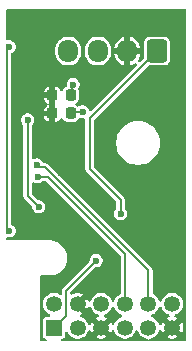
<source format=gbr>
%TF.GenerationSoftware,KiCad,Pcbnew,9.0.6*%
%TF.CreationDate,2025-12-29T21:28:49-05:00*%
%TF.ProjectId,plimsoll,706c696d-736f-46c6-9c2e-6b696361645f,rev?*%
%TF.SameCoordinates,Original*%
%TF.FileFunction,Copper,L4,Bot*%
%TF.FilePolarity,Positive*%
%FSLAX46Y46*%
G04 Gerber Fmt 4.6, Leading zero omitted, Abs format (unit mm)*
G04 Created by KiCad (PCBNEW 9.0.6) date 2025-12-29 21:28:49*
%MOMM*%
%LPD*%
G01*
G04 APERTURE LIST*
G04 Aperture macros list*
%AMRoundRect*
0 Rectangle with rounded corners*
0 $1 Rounding radius*
0 $2 $3 $4 $5 $6 $7 $8 $9 X,Y pos of 4 corners*
0 Add a 4 corners polygon primitive as box body*
4,1,4,$2,$3,$4,$5,$6,$7,$8,$9,$2,$3,0*
0 Add four circle primitives for the rounded corners*
1,1,$1+$1,$2,$3*
1,1,$1+$1,$4,$5*
1,1,$1+$1,$6,$7*
1,1,$1+$1,$8,$9*
0 Add four rect primitives between the rounded corners*
20,1,$1+$1,$2,$3,$4,$5,0*
20,1,$1+$1,$4,$5,$6,$7,0*
20,1,$1+$1,$6,$7,$8,$9,0*
20,1,$1+$1,$8,$9,$2,$3,0*%
G04 Aperture macros list end*
%TA.AperFunction,ComponentPad*%
%ADD10RoundRect,0.250000X0.600000X0.725000X-0.600000X0.725000X-0.600000X-0.725000X0.600000X-0.725000X0*%
%TD*%
%TA.AperFunction,ComponentPad*%
%ADD11O,1.700000X1.950000*%
%TD*%
%TA.AperFunction,SMDPad,CuDef*%
%ADD12RoundRect,0.225000X-0.225000X-0.250000X0.225000X-0.250000X0.225000X0.250000X-0.225000X0.250000X0*%
%TD*%
%TA.AperFunction,ComponentPad*%
%ADD13R,1.350000X1.350000*%
%TD*%
%TA.AperFunction,ComponentPad*%
%ADD14C,1.350000*%
%TD*%
%TA.AperFunction,ViaPad*%
%ADD15C,0.600000*%
%TD*%
%TA.AperFunction,Conductor*%
%ADD16C,0.200000*%
%TD*%
G04 APERTURE END LIST*
D10*
%TO.P,J3,1,Pin_1*%
%TO.N,+3.3VADC*%
X38200000Y-24060000D03*
D11*
%TO.P,J3,2,Pin_2*%
%TO.N,GND*%
X35700000Y-24060000D03*
%TO.P,J3,3,Pin_3*%
%TO.N,/Signal-*%
X33200000Y-24060000D03*
%TO.P,J3,4,Pin_4*%
%TO.N,/Signal+*%
X30700000Y-24060000D03*
%TD*%
D12*
%TO.P,C2,1*%
%TO.N,GND*%
X29350000Y-29350000D03*
%TO.P,C2,2*%
%TO.N,Net-(U6-INA+)*%
X30900000Y-29350000D03*
%TD*%
D13*
%TO.P,J1,1,Pin_1*%
%TO.N,VBUS*%
X29480000Y-47480000D03*
D14*
%TO.P,J1,2,Pin_2*%
%TO.N,+3V3*%
X29480000Y-45480000D03*
%TO.P,J1,3,Pin_3*%
%TO.N,/B6*%
X31480000Y-47480000D03*
%TO.P,J1,4,Pin_4*%
%TO.N,GND*%
X31480000Y-45480000D03*
%TO.P,J1,5,Pin_5*%
X33480000Y-47480000D03*
%TO.P,J1,6,Pin_6*%
%TO.N,/B5*%
X33480000Y-45480000D03*
%TO.P,J1,7,Pin_7*%
%TO.N,/D2*%
X35480000Y-47480000D03*
%TO.P,J1,8,Pin_8*%
%TO.N,/B4*%
X35480000Y-45480000D03*
%TO.P,J1,9,Pin_9*%
%TO.N,/D3*%
X37480000Y-47480000D03*
%TO.P,J1,10,Pin_10*%
%TO.N,/B3*%
X37480000Y-45480000D03*
%TO.P,J1,11,Pin_11*%
%TO.N,GND*%
X39480000Y-47480000D03*
%TO.P,J1,12,Pin_12*%
%TO.N,/C13*%
X39480000Y-45480000D03*
%TD*%
D12*
%TO.P,C1,1*%
%TO.N,GND*%
X29350000Y-27800000D03*
%TO.P,C1,2*%
%TO.N,Net-(U6-INA-)*%
X30900000Y-27800000D03*
%TD*%
D15*
%TO.N,GND*%
X32850000Y-21500000D03*
X32750000Y-43500000D03*
X35150000Y-35700000D03*
X40200000Y-35050000D03*
X29850000Y-43250000D03*
X30150000Y-38550000D03*
X40100000Y-27650000D03*
X40300000Y-40650000D03*
X40000000Y-21600000D03*
X28250000Y-38500000D03*
X28950000Y-25250000D03*
X26357291Y-28160000D03*
X33400000Y-34000000D03*
X38100000Y-35600000D03*
X30099265Y-34400735D03*
X28900000Y-21450000D03*
%TO.N,VBUS*%
X33050000Y-41800000D03*
%TO.N,+3.3VADC*%
X35115000Y-37840000D03*
%TO.N,+3V3*%
X25700000Y-39292898D03*
X25700000Y-23700000D03*
%TO.N,Net-(U6-INA-)*%
X31100000Y-26900000D03*
%TO.N,Net-(U6-INA+)*%
X31900000Y-29200000D03*
%TO.N,/B4*%
X28100000Y-34700000D03*
%TO.N,Net-(U6-XI)*%
X27250000Y-29900000D03*
X28200000Y-37250000D03*
%TO.N,/B3*%
X28042908Y-33707092D03*
%TD*%
D16*
%TO.N,GND*%
X28300000Y-38550000D02*
X28250000Y-38500000D01*
X30150000Y-38550000D02*
X28300000Y-38550000D01*
%TO.N,VBUS*%
X29480000Y-47480000D02*
X30504000Y-46456000D01*
X30504000Y-44346000D02*
X33050000Y-41800000D01*
X30504000Y-46456000D02*
X30504000Y-44346000D01*
%TO.N,+3.3VADC*%
X35115000Y-37840000D02*
X35115000Y-36665000D01*
X35115000Y-36665000D02*
X32500000Y-34050000D01*
X32500000Y-34050000D02*
X32500000Y-29760000D01*
X38200000Y-24060000D02*
X32500000Y-29760000D01*
%TO.N,+3V3*%
X25500000Y-23700000D02*
X25700000Y-23700000D01*
X25500000Y-39092898D02*
X25500000Y-23700000D01*
X25700000Y-39292898D02*
X25500000Y-39092898D01*
%TO.N,Net-(U6-INA-)*%
X31000000Y-27700000D02*
X30900000Y-27800000D01*
X31100000Y-26900000D02*
X31000000Y-27000000D01*
X31000000Y-27000000D02*
X31000000Y-27700000D01*
%TO.N,Net-(U6-INA+)*%
X31050000Y-29200000D02*
X30900000Y-29350000D01*
X31900000Y-29200000D02*
X31050000Y-29200000D01*
%TO.N,/B4*%
X28950000Y-34700000D02*
X35480000Y-41230000D01*
X28100000Y-34700000D02*
X28950000Y-34700000D01*
X35480000Y-41230000D02*
X35480000Y-45480000D01*
%TO.N,Net-(U6-XI)*%
X27250000Y-29900000D02*
X27250000Y-36300000D01*
X27250000Y-36300000D02*
X28200000Y-37250000D01*
%TO.N,/B3*%
X28764186Y-33914186D02*
X37480000Y-42630000D01*
X28042908Y-33707092D02*
X28250002Y-33914186D01*
X37480000Y-42630000D02*
X37480000Y-45480000D01*
X28250002Y-33914186D02*
X28764186Y-33914186D01*
%TD*%
%TA.AperFunction,Conductor*%
%TO.N,GND*%
G36*
X40642539Y-20520185D02*
G01*
X40688294Y-20572989D01*
X40699500Y-20624500D01*
X40699500Y-48525500D01*
X40679815Y-48592539D01*
X40627011Y-48638294D01*
X40575500Y-48649500D01*
X37603477Y-48649500D01*
X37536438Y-48629815D01*
X37490683Y-48577011D01*
X37480739Y-48507853D01*
X37509764Y-48444297D01*
X37568542Y-48406523D01*
X37579285Y-48403883D01*
X37693070Y-48381248D01*
X37749958Y-48369933D01*
X37918389Y-48300167D01*
X37918391Y-48300166D01*
X37993672Y-48249864D01*
X38069972Y-48198883D01*
X38198883Y-48069972D01*
X38289103Y-47934948D01*
X38300166Y-47918391D01*
X38300168Y-47918387D01*
X38365709Y-47760156D01*
X38409550Y-47705752D01*
X38475844Y-47683687D01*
X38543543Y-47700966D01*
X38591154Y-47752103D01*
X38594831Y-47760156D01*
X38660271Y-47918145D01*
X38671498Y-47934947D01*
X39080000Y-47526445D01*
X39080000Y-47532661D01*
X39107259Y-47634394D01*
X39159920Y-47725606D01*
X39234394Y-47800080D01*
X39325606Y-47852741D01*
X39427339Y-47880000D01*
X39433553Y-47880000D01*
X39025050Y-48288500D01*
X39041849Y-48299725D01*
X39041855Y-48299728D01*
X39210182Y-48369451D01*
X39210194Y-48369454D01*
X39371297Y-48401500D01*
X39588703Y-48401500D01*
X39749805Y-48369454D01*
X39749813Y-48369452D01*
X39918151Y-48299724D01*
X39918154Y-48299723D01*
X39934947Y-48288500D01*
X39934948Y-48288500D01*
X39526448Y-47880000D01*
X39532661Y-47880000D01*
X39634394Y-47852741D01*
X39725606Y-47800080D01*
X39800080Y-47725606D01*
X39852741Y-47634394D01*
X39880000Y-47532661D01*
X39880000Y-47526448D01*
X40288500Y-47934948D01*
X40288500Y-47934947D01*
X40299723Y-47918154D01*
X40299724Y-47918151D01*
X40369452Y-47749813D01*
X40369454Y-47749805D01*
X40404999Y-47571109D01*
X40405000Y-47571106D01*
X40405000Y-47388894D01*
X40404999Y-47388890D01*
X40369454Y-47210194D01*
X40369451Y-47210182D01*
X40299728Y-47041855D01*
X40299725Y-47041849D01*
X40288500Y-47025050D01*
X39880000Y-47433551D01*
X39880000Y-47427339D01*
X39852741Y-47325606D01*
X39800080Y-47234394D01*
X39725606Y-47159920D01*
X39634394Y-47107259D01*
X39532661Y-47080000D01*
X39526447Y-47080000D01*
X39934947Y-46671498D01*
X39918145Y-46660271D01*
X39760156Y-46594831D01*
X39705752Y-46550990D01*
X39683687Y-46484696D01*
X39700966Y-46416997D01*
X39752103Y-46369386D01*
X39760156Y-46365709D01*
X39918387Y-46300168D01*
X39918391Y-46300166D01*
X39993672Y-46249864D01*
X40069972Y-46198883D01*
X40198883Y-46069972D01*
X40289103Y-45934948D01*
X40300166Y-45918391D01*
X40300168Y-45918387D01*
X40349172Y-45800080D01*
X40369933Y-45749958D01*
X40405500Y-45571154D01*
X40405500Y-45388846D01*
X40405500Y-45388843D01*
X40369934Y-45210047D01*
X40369933Y-45210046D01*
X40369933Y-45210042D01*
X40365709Y-45199844D01*
X40300168Y-45041612D01*
X40300166Y-45041608D01*
X40198886Y-44890032D01*
X40198880Y-44890024D01*
X40069975Y-44761119D01*
X40069967Y-44761113D01*
X39918391Y-44659833D01*
X39918387Y-44659831D01*
X39749962Y-44590068D01*
X39749952Y-44590065D01*
X39571156Y-44554500D01*
X39571154Y-44554500D01*
X39388846Y-44554500D01*
X39388844Y-44554500D01*
X39210047Y-44590065D01*
X39210037Y-44590068D01*
X39041612Y-44659831D01*
X39041608Y-44659833D01*
X38890032Y-44761113D01*
X38890024Y-44761119D01*
X38761119Y-44890024D01*
X38761113Y-44890032D01*
X38659833Y-45041608D01*
X38594561Y-45199192D01*
X38550720Y-45253595D01*
X38484426Y-45275660D01*
X38416727Y-45258381D01*
X38369116Y-45207244D01*
X38365439Y-45199192D01*
X38300166Y-45041608D01*
X38198886Y-44890032D01*
X38198880Y-44890024D01*
X38069975Y-44761119D01*
X38069967Y-44761113D01*
X37918391Y-44659833D01*
X37918385Y-44659830D01*
X37907043Y-44655132D01*
X37852641Y-44611289D01*
X37830579Y-44544994D01*
X37830500Y-44540573D01*
X37830500Y-42583858D01*
X37830500Y-42583856D01*
X37806614Y-42494712D01*
X37806611Y-42494706D01*
X37760473Y-42414794D01*
X37760470Y-42414791D01*
X37760469Y-42414788D01*
X37695212Y-42349531D01*
X28979398Y-33633716D01*
X28979397Y-33633715D01*
X28979394Y-33633713D01*
X28899476Y-33587573D01*
X28899475Y-33587572D01*
X28899474Y-33587572D01*
X28810330Y-33563686D01*
X28810329Y-33563686D01*
X28667360Y-33563686D01*
X28600321Y-33544001D01*
X28562397Y-33500235D01*
X28559956Y-33501645D01*
X28483419Y-33369080D01*
X28483414Y-33369074D01*
X28380925Y-33266585D01*
X28380919Y-33266580D01*
X28255396Y-33194109D01*
X28255397Y-33194109D01*
X28243914Y-33191032D01*
X28115383Y-33156592D01*
X27970433Y-33156592D01*
X27872016Y-33182962D01*
X27830418Y-33194109D01*
X27830415Y-33194110D01*
X27786499Y-33219466D01*
X27718599Y-33235939D01*
X27652572Y-33213086D01*
X27609382Y-33158165D01*
X27600500Y-33112079D01*
X27600500Y-30379386D01*
X27620185Y-30312347D01*
X27636819Y-30291705D01*
X27690509Y-30238015D01*
X27762984Y-30112485D01*
X27800500Y-29972475D01*
X27800500Y-29827525D01*
X27762984Y-29687515D01*
X27738691Y-29645439D01*
X28650001Y-29645439D01*
X28656081Y-29702007D01*
X28703813Y-29829981D01*
X28703815Y-29829984D01*
X28785670Y-29939329D01*
X28895015Y-30021184D01*
X28895016Y-30021185D01*
X29022991Y-30068917D01*
X29022995Y-30068918D01*
X29079554Y-30074999D01*
X29100000Y-30074998D01*
X29100000Y-29600000D01*
X28650001Y-29600000D01*
X28650001Y-29645439D01*
X27738691Y-29645439D01*
X27690509Y-29561985D01*
X27588015Y-29459491D01*
X27588013Y-29459490D01*
X27588011Y-29459488D01*
X27462488Y-29387017D01*
X27462489Y-29387017D01*
X27451006Y-29383940D01*
X27322475Y-29349500D01*
X27177525Y-29349500D01*
X27048993Y-29383940D01*
X27037511Y-29387017D01*
X26911988Y-29459488D01*
X26911982Y-29459493D01*
X26809493Y-29561982D01*
X26809488Y-29561988D01*
X26737017Y-29687511D01*
X26737016Y-29687515D01*
X26699500Y-29827525D01*
X26699500Y-29972475D01*
X26737016Y-30112485D01*
X26737017Y-30112488D01*
X26809488Y-30238011D01*
X26809493Y-30238017D01*
X26863181Y-30291705D01*
X26896666Y-30353028D01*
X26899500Y-30379386D01*
X26899500Y-36346144D01*
X26909785Y-36384530D01*
X26909786Y-36384530D01*
X26909786Y-36384531D01*
X26923386Y-36435288D01*
X26923388Y-36435291D01*
X26969527Y-36515208D01*
X26969530Y-36515212D01*
X27613181Y-37158863D01*
X27646666Y-37220186D01*
X27649500Y-37246544D01*
X27649500Y-37322475D01*
X27673482Y-37411976D01*
X27687017Y-37462488D01*
X27759488Y-37588011D01*
X27759490Y-37588013D01*
X27759491Y-37588015D01*
X27861985Y-37690509D01*
X27861986Y-37690510D01*
X27861988Y-37690511D01*
X27987511Y-37762982D01*
X27987512Y-37762982D01*
X27987515Y-37762984D01*
X28127525Y-37800500D01*
X28127528Y-37800500D01*
X28272472Y-37800500D01*
X28272475Y-37800500D01*
X28412485Y-37762984D01*
X28538015Y-37690509D01*
X28640509Y-37588015D01*
X28712984Y-37462485D01*
X28750500Y-37322475D01*
X28750500Y-37177525D01*
X28712984Y-37037515D01*
X28640509Y-36911985D01*
X28538015Y-36809491D01*
X28538013Y-36809490D01*
X28538011Y-36809488D01*
X28412488Y-36737017D01*
X28412489Y-36737017D01*
X28401006Y-36733940D01*
X28272475Y-36699500D01*
X28272472Y-36699500D01*
X28196544Y-36699500D01*
X28129505Y-36679815D01*
X28108863Y-36663181D01*
X27636819Y-36191137D01*
X27603334Y-36129814D01*
X27600500Y-36103456D01*
X27600500Y-35262049D01*
X27620185Y-35195010D01*
X27672989Y-35149255D01*
X27742147Y-35139311D01*
X27786499Y-35154662D01*
X27830783Y-35180229D01*
X27887509Y-35212981D01*
X27887510Y-35212982D01*
X27887512Y-35212982D01*
X27887515Y-35212984D01*
X28027525Y-35250500D01*
X28027528Y-35250500D01*
X28172472Y-35250500D01*
X28172475Y-35250500D01*
X28312485Y-35212984D01*
X28438015Y-35140509D01*
X28491705Y-35086819D01*
X28518632Y-35072115D01*
X28544451Y-35055523D01*
X28550651Y-35054631D01*
X28553028Y-35053334D01*
X28579386Y-35050500D01*
X28753456Y-35050500D01*
X28820495Y-35070185D01*
X28841137Y-35086819D01*
X35093181Y-41338863D01*
X35126666Y-41400186D01*
X35129500Y-41426544D01*
X35129500Y-44540573D01*
X35109815Y-44607612D01*
X35057011Y-44653367D01*
X35052957Y-44655132D01*
X35041614Y-44659830D01*
X35041608Y-44659833D01*
X34890032Y-44761113D01*
X34890024Y-44761119D01*
X34761119Y-44890024D01*
X34761113Y-44890032D01*
X34659833Y-45041608D01*
X34594561Y-45199192D01*
X34550720Y-45253595D01*
X34484426Y-45275660D01*
X34416727Y-45258381D01*
X34369116Y-45207244D01*
X34365439Y-45199192D01*
X34300166Y-45041608D01*
X34198886Y-44890032D01*
X34198880Y-44890024D01*
X34069975Y-44761119D01*
X34069967Y-44761113D01*
X33918391Y-44659833D01*
X33918387Y-44659831D01*
X33749962Y-44590068D01*
X33749952Y-44590065D01*
X33571156Y-44554500D01*
X33571154Y-44554500D01*
X33388846Y-44554500D01*
X33388844Y-44554500D01*
X33210047Y-44590065D01*
X33210037Y-44590068D01*
X33041612Y-44659831D01*
X33041608Y-44659833D01*
X32890032Y-44761113D01*
X32890024Y-44761119D01*
X32761119Y-44890024D01*
X32761113Y-44890032D01*
X32659833Y-45041608D01*
X32659833Y-45041609D01*
X32594290Y-45199844D01*
X32550449Y-45254247D01*
X32484154Y-45276312D01*
X32416455Y-45259033D01*
X32368845Y-45207895D01*
X32365168Y-45199843D01*
X32299728Y-45041855D01*
X32299725Y-45041849D01*
X32288500Y-45025050D01*
X31880000Y-45433551D01*
X31880000Y-45427339D01*
X31852741Y-45325606D01*
X31800080Y-45234394D01*
X31725606Y-45159920D01*
X31634394Y-45107259D01*
X31532661Y-45080000D01*
X31526446Y-45080000D01*
X31934947Y-44671498D01*
X31918145Y-44660271D01*
X31749817Y-44590548D01*
X31749805Y-44590545D01*
X31571109Y-44555000D01*
X31388890Y-44555000D01*
X31210194Y-44590545D01*
X31210182Y-44590548D01*
X31041846Y-44660275D01*
X31036946Y-44662894D01*
X31033031Y-44663708D01*
X31030011Y-44666326D01*
X30999115Y-44670768D01*
X30968543Y-44677132D01*
X30964809Y-44675701D01*
X30960853Y-44676270D01*
X30932452Y-44663300D01*
X30903300Y-44652127D01*
X30900933Y-44648905D01*
X30897297Y-44647245D01*
X30880420Y-44620984D01*
X30861933Y-44595820D01*
X30861061Y-44590860D01*
X30859523Y-44588467D01*
X30854500Y-44553532D01*
X30854500Y-44542544D01*
X30874185Y-44475505D01*
X30890819Y-44454863D01*
X32958863Y-42386819D01*
X33020186Y-42353334D01*
X33046544Y-42350500D01*
X33122472Y-42350500D01*
X33122475Y-42350500D01*
X33262485Y-42312984D01*
X33388015Y-42240509D01*
X33490509Y-42138015D01*
X33562984Y-42012485D01*
X33600500Y-41872475D01*
X33600500Y-41727525D01*
X33562984Y-41587515D01*
X33558754Y-41580189D01*
X33490511Y-41461988D01*
X33490506Y-41461982D01*
X33388017Y-41359493D01*
X33388011Y-41359488D01*
X33262488Y-41287017D01*
X33262489Y-41287017D01*
X33251006Y-41283940D01*
X33122475Y-41249500D01*
X32977525Y-41249500D01*
X32848993Y-41283940D01*
X32837511Y-41287017D01*
X32711988Y-41359488D01*
X32711982Y-41359493D01*
X32609493Y-41461982D01*
X32609488Y-41461988D01*
X32537017Y-41587511D01*
X32537016Y-41587515D01*
X32499500Y-41727525D01*
X32499500Y-41727527D01*
X32499500Y-41803456D01*
X32479815Y-41870495D01*
X32463181Y-41891137D01*
X30223531Y-44130786D01*
X30223527Y-44130791D01*
X30177387Y-44210709D01*
X30177386Y-44210712D01*
X30153500Y-44299856D01*
X30153500Y-44584941D01*
X30133815Y-44651980D01*
X30081011Y-44697735D01*
X30011853Y-44707679D01*
X29960610Y-44688044D01*
X29944279Y-44677132D01*
X29918389Y-44659833D01*
X29918386Y-44659831D01*
X29918385Y-44659831D01*
X29749962Y-44590068D01*
X29749952Y-44590065D01*
X29571156Y-44554500D01*
X29571154Y-44554500D01*
X29388846Y-44554500D01*
X29388844Y-44554500D01*
X29210047Y-44590065D01*
X29210037Y-44590068D01*
X29041612Y-44659831D01*
X29041608Y-44659833D01*
X28890032Y-44761113D01*
X28890024Y-44761119D01*
X28761119Y-44890024D01*
X28761113Y-44890032D01*
X28659833Y-45041608D01*
X28659831Y-45041612D01*
X28590068Y-45210037D01*
X28590065Y-45210047D01*
X28554500Y-45388843D01*
X28554500Y-45388846D01*
X28554500Y-45571154D01*
X28554500Y-45571156D01*
X28554499Y-45571156D01*
X28590065Y-45749952D01*
X28590068Y-45749962D01*
X28659831Y-45918387D01*
X28659833Y-45918391D01*
X28761113Y-46069967D01*
X28761119Y-46069975D01*
X28890024Y-46198880D01*
X28890032Y-46198886D01*
X29041608Y-46300166D01*
X29041612Y-46300168D01*
X29079687Y-46315939D01*
X29134091Y-46359780D01*
X29156156Y-46426074D01*
X29138877Y-46493773D01*
X29087740Y-46541384D01*
X29032235Y-46554500D01*
X28780323Y-46554500D01*
X28707264Y-46569032D01*
X28707260Y-46569033D01*
X28624399Y-46624399D01*
X28569033Y-46707260D01*
X28569032Y-46707264D01*
X28554500Y-46780321D01*
X28554500Y-48179678D01*
X28569032Y-48252735D01*
X28569033Y-48252739D01*
X28569034Y-48252740D01*
X28624399Y-48335601D01*
X28675783Y-48369934D01*
X28707260Y-48390966D01*
X28707263Y-48390967D01*
X28772194Y-48403883D01*
X28834105Y-48436268D01*
X28868679Y-48496984D01*
X28864939Y-48566753D01*
X28824072Y-48623425D01*
X28759054Y-48649007D01*
X28748002Y-48649500D01*
X28394500Y-48649500D01*
X28327461Y-48629815D01*
X28281706Y-48577011D01*
X28270500Y-48525500D01*
X28270500Y-43184428D01*
X28290185Y-43117389D01*
X28342989Y-43071634D01*
X28394481Y-43060428D01*
X29146692Y-43060344D01*
X29255062Y-43060405D01*
X29255062Y-43060404D01*
X29255064Y-43060405D01*
X29353777Y-43044826D01*
X29485237Y-43024081D01*
X29706895Y-42952197D01*
X29914580Y-42846524D01*
X30103176Y-42709662D01*
X30268041Y-42544982D01*
X30405114Y-42356539D01*
X30511020Y-42148973D01*
X30583153Y-41927395D01*
X30619735Y-41697262D01*
X30619865Y-41464239D01*
X30619509Y-41461985D01*
X30583543Y-41234070D01*
X30583542Y-41234069D01*
X30583542Y-41234064D01*
X30511658Y-41012405D01*
X30511656Y-41012402D01*
X30511656Y-41012400D01*
X30511656Y-41012399D01*
X30441208Y-40873949D01*
X30405984Y-40804721D01*
X30269122Y-40616125D01*
X30104442Y-40451260D01*
X30104438Y-40451257D01*
X29915998Y-40314185D01*
X29708438Y-40208282D01*
X29708437Y-40208281D01*
X29708434Y-40208280D01*
X29708425Y-40208277D01*
X29486861Y-40136147D01*
X29359003Y-40115823D01*
X29256722Y-40099565D01*
X29256568Y-40099564D01*
X29214094Y-40099540D01*
X29214094Y-40099539D01*
X29205953Y-40099534D01*
X29205822Y-40099500D01*
X29140214Y-40099500D01*
X29140211Y-40099500D01*
X29066557Y-40099458D01*
X29065920Y-40099500D01*
X25524500Y-40099500D01*
X25457461Y-40079815D01*
X25411706Y-40027011D01*
X25400500Y-39975500D01*
X25400500Y-39944166D01*
X25420185Y-39877127D01*
X25472989Y-39831372D01*
X25542147Y-39821428D01*
X25556580Y-39824388D01*
X25627525Y-39843398D01*
X25627528Y-39843398D01*
X25772472Y-39843398D01*
X25772475Y-39843398D01*
X25912485Y-39805882D01*
X26038015Y-39733407D01*
X26140509Y-39630913D01*
X26212984Y-39505383D01*
X26250500Y-39365373D01*
X26250500Y-39220423D01*
X26212984Y-39080413D01*
X26140509Y-38954883D01*
X26038015Y-38852389D01*
X25912499Y-38779922D01*
X25864284Y-38729355D01*
X25850500Y-38672535D01*
X25850500Y-29054571D01*
X28650000Y-29054571D01*
X28650000Y-29100000D01*
X29100000Y-29100000D01*
X29100000Y-28050000D01*
X28650001Y-28050000D01*
X28650001Y-28095439D01*
X28656081Y-28152007D01*
X28703813Y-28279981D01*
X28703815Y-28279984D01*
X28785670Y-28389329D01*
X28901091Y-28475733D01*
X28942962Y-28531667D01*
X28947946Y-28601359D01*
X28914461Y-28662682D01*
X28901091Y-28674267D01*
X28785670Y-28760670D01*
X28703815Y-28870015D01*
X28703814Y-28870016D01*
X28656083Y-28997989D01*
X28650000Y-29054571D01*
X25850500Y-29054571D01*
X25850500Y-27504571D01*
X28650000Y-27504571D01*
X28650000Y-27550000D01*
X29100000Y-27550000D01*
X29100000Y-27075000D01*
X29600000Y-27075000D01*
X29600000Y-30074999D01*
X29620433Y-30074999D01*
X29620439Y-30074998D01*
X29677007Y-30068918D01*
X29804981Y-30021186D01*
X29804984Y-30021184D01*
X29914329Y-29939329D01*
X29996184Y-29829984D01*
X29996185Y-29829983D01*
X30008550Y-29796830D01*
X30050420Y-29740895D01*
X30115884Y-29716477D01*
X30184158Y-29731328D01*
X30233564Y-29780732D01*
X30240914Y-29796826D01*
X30252365Y-29827525D01*
X30253372Y-29830226D01*
X30335313Y-29939687D01*
X30401463Y-29989206D01*
X30444183Y-30021186D01*
X30444774Y-30021628D01*
X30572886Y-30069412D01*
X30629515Y-30075500D01*
X31170484Y-30075499D01*
X31227114Y-30069412D01*
X31355226Y-30021628D01*
X31464687Y-29939687D01*
X31546628Y-29830226D01*
X31559793Y-29794928D01*
X31601662Y-29738999D01*
X31667126Y-29714581D01*
X31708061Y-29718489D01*
X31827525Y-29750500D01*
X31827528Y-29750500D01*
X31972472Y-29750500D01*
X31972475Y-29750500D01*
X31993407Y-29744891D01*
X32063253Y-29746552D01*
X32121117Y-29785713D01*
X32148623Y-29849940D01*
X32149500Y-29864665D01*
X32149500Y-34096143D01*
X32163287Y-34147600D01*
X32163288Y-34147600D01*
X32173387Y-34185290D01*
X32219527Y-34265208D01*
X32219531Y-34265213D01*
X34728181Y-36773863D01*
X34761666Y-36835186D01*
X34764500Y-36861544D01*
X34764500Y-37360614D01*
X34744815Y-37427653D01*
X34728181Y-37448295D01*
X34674493Y-37501982D01*
X34674488Y-37501988D01*
X34602017Y-37627511D01*
X34602016Y-37627515D01*
X34564500Y-37767525D01*
X34564500Y-37912475D01*
X34602016Y-38052485D01*
X34602017Y-38052488D01*
X34674488Y-38178011D01*
X34674490Y-38178013D01*
X34674491Y-38178015D01*
X34776985Y-38280509D01*
X34776986Y-38280510D01*
X34776988Y-38280511D01*
X34902511Y-38352982D01*
X34902512Y-38352982D01*
X34902515Y-38352984D01*
X35042525Y-38390500D01*
X35042528Y-38390500D01*
X35187472Y-38390500D01*
X35187475Y-38390500D01*
X35327485Y-38352984D01*
X35453015Y-38280509D01*
X35555509Y-38178015D01*
X35627984Y-38052485D01*
X35665500Y-37912475D01*
X35665500Y-37767525D01*
X35627984Y-37627515D01*
X35605176Y-37588011D01*
X35555511Y-37501988D01*
X35555506Y-37501982D01*
X35501819Y-37448295D01*
X35468334Y-37386972D01*
X35465500Y-37360614D01*
X35465500Y-36618858D01*
X35465500Y-36618856D01*
X35441614Y-36529712D01*
X35433242Y-36515212D01*
X35395469Y-36449787D01*
X32886819Y-33941137D01*
X32853334Y-33879814D01*
X32850500Y-33853456D01*
X32850500Y-31718417D01*
X34749500Y-31718417D01*
X34749500Y-31960994D01*
X34781161Y-32201491D01*
X34843947Y-32435810D01*
X34936773Y-32659911D01*
X34936776Y-32659918D01*
X35058064Y-32869995D01*
X35058066Y-32869998D01*
X35058067Y-32869999D01*
X35205733Y-33062442D01*
X35205739Y-33062449D01*
X35377256Y-33233966D01*
X35377263Y-33233972D01*
X35419759Y-33266580D01*
X35569711Y-33381642D01*
X35779788Y-33502930D01*
X36003900Y-33595760D01*
X36238211Y-33658544D01*
X36418586Y-33682290D01*
X36478711Y-33690206D01*
X36478712Y-33690206D01*
X36721289Y-33690206D01*
X36769388Y-33683873D01*
X36961789Y-33658544D01*
X37196100Y-33595760D01*
X37420212Y-33502930D01*
X37630289Y-33381642D01*
X37822738Y-33233971D01*
X37994265Y-33062444D01*
X38141936Y-32869995D01*
X38263224Y-32659918D01*
X38356054Y-32435806D01*
X38418838Y-32201495D01*
X38450500Y-31960994D01*
X38450500Y-31718418D01*
X38418838Y-31477917D01*
X38356054Y-31243606D01*
X38263224Y-31019494D01*
X38141936Y-30809417D01*
X37994265Y-30616968D01*
X37994260Y-30616962D01*
X37822743Y-30445445D01*
X37822736Y-30445439D01*
X37630293Y-30297773D01*
X37630292Y-30297772D01*
X37630289Y-30297770D01*
X37420212Y-30176482D01*
X37420205Y-30176479D01*
X37196104Y-30083653D01*
X36964625Y-30021628D01*
X36961789Y-30020868D01*
X36961788Y-30020867D01*
X36961785Y-30020867D01*
X36721289Y-29989206D01*
X36721288Y-29989206D01*
X36478712Y-29989206D01*
X36478711Y-29989206D01*
X36238214Y-30020867D01*
X36003895Y-30083653D01*
X35779794Y-30176479D01*
X35779785Y-30176483D01*
X35569706Y-30297773D01*
X35377263Y-30445439D01*
X35377256Y-30445445D01*
X35205739Y-30616962D01*
X35205733Y-30616969D01*
X35058067Y-30809412D01*
X34936777Y-31019491D01*
X34936773Y-31019500D01*
X34843947Y-31243601D01*
X34781161Y-31477920D01*
X34749500Y-31718417D01*
X32850500Y-31718417D01*
X32850500Y-29956542D01*
X32870185Y-29889503D01*
X32886814Y-29868866D01*
X37436187Y-25319492D01*
X37497508Y-25286009D01*
X37537118Y-25283886D01*
X37552127Y-25285500D01*
X38847872Y-25285499D01*
X38907483Y-25279091D01*
X39042331Y-25228796D01*
X39157546Y-25142546D01*
X39243796Y-25027331D01*
X39294091Y-24892483D01*
X39300500Y-24832873D01*
X39300499Y-23287128D01*
X39294091Y-23227517D01*
X39290689Y-23218397D01*
X39243797Y-23092671D01*
X39243793Y-23092664D01*
X39157547Y-22977455D01*
X39157544Y-22977452D01*
X39042335Y-22891206D01*
X39042328Y-22891202D01*
X38907482Y-22840908D01*
X38907483Y-22840908D01*
X38847883Y-22834501D01*
X38847881Y-22834500D01*
X38847873Y-22834500D01*
X38847864Y-22834500D01*
X37552129Y-22834500D01*
X37552123Y-22834501D01*
X37492516Y-22840908D01*
X37357671Y-22891202D01*
X37357664Y-22891206D01*
X37242455Y-22977452D01*
X37242452Y-22977455D01*
X37156206Y-23092664D01*
X37156202Y-23092671D01*
X37105908Y-23227517D01*
X37102471Y-23259491D01*
X37099501Y-23287123D01*
X37099500Y-23287135D01*
X37099500Y-24613455D01*
X37079815Y-24680494D01*
X37063181Y-24701136D01*
X36793143Y-24971173D01*
X36731820Y-25004658D01*
X36662128Y-24999674D01*
X36606195Y-24957802D01*
X36581778Y-24892338D01*
X36596630Y-24824065D01*
X36605144Y-24810606D01*
X36640803Y-24761525D01*
X36719408Y-24607257D01*
X36772913Y-24442585D01*
X36793914Y-24310000D01*
X36104146Y-24310000D01*
X36142630Y-24243343D01*
X36175000Y-24122535D01*
X36175000Y-23997465D01*
X36142630Y-23876657D01*
X36104146Y-23810000D01*
X36793914Y-23810000D01*
X36772913Y-23677414D01*
X36719408Y-23512742D01*
X36640804Y-23358475D01*
X36539032Y-23218397D01*
X36416602Y-23095967D01*
X36276524Y-22994195D01*
X36122257Y-22915591D01*
X35957589Y-22862087D01*
X35957581Y-22862085D01*
X35950000Y-22860884D01*
X35950000Y-23655854D01*
X35883343Y-23617370D01*
X35762535Y-23585000D01*
X35637465Y-23585000D01*
X35516657Y-23617370D01*
X35450000Y-23655854D01*
X35450000Y-22860884D01*
X35449999Y-22860884D01*
X35442418Y-22862085D01*
X35442410Y-22862087D01*
X35277742Y-22915591D01*
X35123475Y-22994195D01*
X34983397Y-23095967D01*
X34860967Y-23218397D01*
X34759195Y-23358475D01*
X34680591Y-23512742D01*
X34627086Y-23677414D01*
X34606086Y-23810000D01*
X35295854Y-23810000D01*
X35257370Y-23876657D01*
X35225000Y-23997465D01*
X35225000Y-24122535D01*
X35257370Y-24243343D01*
X35295854Y-24310000D01*
X34606086Y-24310000D01*
X34627086Y-24442585D01*
X34680591Y-24607257D01*
X34759195Y-24761524D01*
X34860967Y-24901602D01*
X34983397Y-25024032D01*
X35123475Y-25125804D01*
X35277744Y-25204408D01*
X35442415Y-25257914D01*
X35442414Y-25257914D01*
X35449999Y-25259115D01*
X35450000Y-25259114D01*
X35450000Y-24464145D01*
X35516657Y-24502630D01*
X35637465Y-24535000D01*
X35762535Y-24535000D01*
X35883343Y-24502630D01*
X35950000Y-24464145D01*
X35950000Y-25259115D01*
X35957584Y-25257914D01*
X36122255Y-25204408D01*
X36276525Y-25125803D01*
X36325606Y-25090144D01*
X36391412Y-25066664D01*
X36459466Y-25082489D01*
X36508161Y-25132595D01*
X36522037Y-25201072D01*
X36496688Y-25266182D01*
X36486173Y-25278143D01*
X32641735Y-29122581D01*
X32580412Y-29156066D01*
X32510720Y-29151082D01*
X32454787Y-29109210D01*
X32434281Y-29066999D01*
X32412984Y-28987515D01*
X32402103Y-28968669D01*
X32340511Y-28861988D01*
X32340506Y-28861982D01*
X32238017Y-28759493D01*
X32238011Y-28759488D01*
X32112488Y-28687017D01*
X32112489Y-28687017D01*
X32101006Y-28683940D01*
X31972475Y-28649500D01*
X31827525Y-28649500D01*
X31698993Y-28683940D01*
X31687511Y-28687017D01*
X31577266Y-28750667D01*
X31558537Y-28755210D01*
X31541624Y-28764446D01*
X31525285Y-28763277D01*
X31509365Y-28767140D01*
X31491153Y-28760836D01*
X31471933Y-28759462D01*
X31445533Y-28745046D01*
X31443339Y-28744287D01*
X31440956Y-28742547D01*
X31349743Y-28674266D01*
X31307871Y-28618333D01*
X31302887Y-28548641D01*
X31336372Y-28487318D01*
X31349743Y-28475731D01*
X31355221Y-28471629D01*
X31355226Y-28471628D01*
X31464687Y-28389687D01*
X31546628Y-28280226D01*
X31594412Y-28152114D01*
X31596687Y-28130944D01*
X31600499Y-28095501D01*
X31600499Y-28095494D01*
X31600500Y-28095485D01*
X31600499Y-27504516D01*
X31594412Y-27447886D01*
X31594411Y-27447883D01*
X31546117Y-27318403D01*
X31541132Y-27248712D01*
X31554908Y-27213074D01*
X31612984Y-27112485D01*
X31650500Y-26972475D01*
X31650500Y-26827525D01*
X31612984Y-26687515D01*
X31540509Y-26561985D01*
X31438015Y-26459491D01*
X31438013Y-26459490D01*
X31438011Y-26459488D01*
X31312488Y-26387017D01*
X31312489Y-26387017D01*
X31301006Y-26383940D01*
X31172475Y-26349500D01*
X31027525Y-26349500D01*
X30898993Y-26383940D01*
X30887511Y-26387017D01*
X30761988Y-26459488D01*
X30761982Y-26459493D01*
X30659493Y-26561982D01*
X30659488Y-26561988D01*
X30587017Y-26687511D01*
X30587016Y-26687515D01*
X30549500Y-26827525D01*
X30549500Y-26827527D01*
X30549500Y-26972473D01*
X30550561Y-26980531D01*
X30548525Y-26980799D01*
X30547123Y-27039665D01*
X30507960Y-27097527D01*
X30472349Y-27118087D01*
X30444771Y-27128373D01*
X30335313Y-27210313D01*
X30253372Y-27319772D01*
X30240914Y-27353174D01*
X30199041Y-27409107D01*
X30133576Y-27433522D01*
X30065304Y-27418669D01*
X30015899Y-27369262D01*
X30008551Y-27353170D01*
X29996187Y-27320020D01*
X29996184Y-27320015D01*
X29914329Y-27210670D01*
X29804984Y-27128815D01*
X29804983Y-27128814D01*
X29677010Y-27081083D01*
X29620428Y-27075000D01*
X29600000Y-27075000D01*
X29100000Y-27075000D01*
X29100000Y-27074999D01*
X29079579Y-27075000D01*
X29079560Y-27075001D01*
X29022993Y-27081081D01*
X28895018Y-27128813D01*
X28895015Y-27128815D01*
X28785670Y-27210670D01*
X28703815Y-27320015D01*
X28703814Y-27320016D01*
X28656083Y-27447989D01*
X28650000Y-27504571D01*
X25850500Y-27504571D01*
X25850500Y-24320362D01*
X25870185Y-24253323D01*
X25912499Y-24212975D01*
X26038015Y-24140509D01*
X26140509Y-24038015D01*
X26212984Y-23912485D01*
X26230159Y-23848389D01*
X29599500Y-23848389D01*
X29599500Y-24271610D01*
X29626579Y-24442585D01*
X29626598Y-24442701D01*
X29680127Y-24607445D01*
X29758768Y-24761788D01*
X29860586Y-24901928D01*
X29983072Y-25024414D01*
X30123212Y-25126232D01*
X30277555Y-25204873D01*
X30442299Y-25258402D01*
X30613389Y-25285500D01*
X30613390Y-25285500D01*
X30786610Y-25285500D01*
X30786611Y-25285500D01*
X30957701Y-25258402D01*
X31122445Y-25204873D01*
X31276788Y-25126232D01*
X31416928Y-25024414D01*
X31539414Y-24901928D01*
X31641232Y-24761788D01*
X31719873Y-24607445D01*
X31773402Y-24442701D01*
X31800500Y-24271611D01*
X31800500Y-23848389D01*
X32099500Y-23848389D01*
X32099500Y-24271610D01*
X32126579Y-24442585D01*
X32126598Y-24442701D01*
X32180127Y-24607445D01*
X32258768Y-24761788D01*
X32360586Y-24901928D01*
X32483072Y-25024414D01*
X32623212Y-25126232D01*
X32777555Y-25204873D01*
X32942299Y-25258402D01*
X33113389Y-25285500D01*
X33113390Y-25285500D01*
X33286610Y-25285500D01*
X33286611Y-25285500D01*
X33457701Y-25258402D01*
X33622445Y-25204873D01*
X33776788Y-25126232D01*
X33916928Y-25024414D01*
X34039414Y-24901928D01*
X34141232Y-24761788D01*
X34219873Y-24607445D01*
X34273402Y-24442701D01*
X34300500Y-24271611D01*
X34300500Y-23848389D01*
X34273402Y-23677299D01*
X34219873Y-23512555D01*
X34141232Y-23358212D01*
X34039414Y-23218072D01*
X33916928Y-23095586D01*
X33776788Y-22993768D01*
X33622445Y-22915127D01*
X33457701Y-22861598D01*
X33457699Y-22861597D01*
X33457698Y-22861597D01*
X33326271Y-22840781D01*
X33286611Y-22834500D01*
X33113389Y-22834500D01*
X33073728Y-22840781D01*
X32942302Y-22861597D01*
X32777552Y-22915128D01*
X32623211Y-22993768D01*
X32547562Y-23048731D01*
X32483072Y-23095586D01*
X32483070Y-23095588D01*
X32483069Y-23095588D01*
X32360588Y-23218069D01*
X32360588Y-23218070D01*
X32360586Y-23218072D01*
X32330493Y-23259491D01*
X32258768Y-23358211D01*
X32180128Y-23512552D01*
X32126597Y-23677302D01*
X32099500Y-23848389D01*
X31800500Y-23848389D01*
X31773402Y-23677299D01*
X31719873Y-23512555D01*
X31641232Y-23358212D01*
X31539414Y-23218072D01*
X31416928Y-23095586D01*
X31276788Y-22993768D01*
X31122445Y-22915127D01*
X30957701Y-22861598D01*
X30957699Y-22861597D01*
X30957698Y-22861597D01*
X30826271Y-22840781D01*
X30786611Y-22834500D01*
X30613389Y-22834500D01*
X30573728Y-22840781D01*
X30442302Y-22861597D01*
X30277552Y-22915128D01*
X30123211Y-22993768D01*
X30047562Y-23048731D01*
X29983072Y-23095586D01*
X29983070Y-23095588D01*
X29983069Y-23095588D01*
X29860588Y-23218069D01*
X29860588Y-23218070D01*
X29860586Y-23218072D01*
X29830493Y-23259491D01*
X29758768Y-23358211D01*
X29680128Y-23512552D01*
X29626597Y-23677302D01*
X29599500Y-23848389D01*
X26230159Y-23848389D01*
X26250500Y-23772475D01*
X26250500Y-23627525D01*
X26212984Y-23487515D01*
X26140509Y-23361985D01*
X26038015Y-23259491D01*
X26038013Y-23259490D01*
X26038011Y-23259488D01*
X25912488Y-23187017D01*
X25912489Y-23187017D01*
X25901006Y-23183940D01*
X25772475Y-23149500D01*
X25627525Y-23149500D01*
X25556593Y-23168506D01*
X25486743Y-23166843D01*
X25428881Y-23127680D01*
X25401377Y-23063451D01*
X25400500Y-23048731D01*
X25400500Y-20624500D01*
X25420185Y-20557461D01*
X25472989Y-20511706D01*
X25524500Y-20500500D01*
X40575500Y-20500500D01*
X40642539Y-20520185D01*
G37*
%TD.AperFunction*%
%TA.AperFunction,Conductor*%
G36*
X33080000Y-47532661D02*
G01*
X33107259Y-47634394D01*
X33159920Y-47725606D01*
X33234394Y-47800080D01*
X33325606Y-47852741D01*
X33427339Y-47880000D01*
X33433553Y-47880000D01*
X33025050Y-48288500D01*
X33041849Y-48299725D01*
X33041855Y-48299728D01*
X33210182Y-48369451D01*
X33210194Y-48369454D01*
X33383277Y-48403883D01*
X33445188Y-48436268D01*
X33479762Y-48496983D01*
X33479312Y-48505363D01*
X33507201Y-48444297D01*
X33565979Y-48406523D01*
X33576723Y-48403883D01*
X33749805Y-48369454D01*
X33749813Y-48369452D01*
X33918151Y-48299724D01*
X33918154Y-48299723D01*
X33934947Y-48288500D01*
X33934948Y-48288500D01*
X33526448Y-47880000D01*
X33532661Y-47880000D01*
X33634394Y-47852741D01*
X33725606Y-47800080D01*
X33800080Y-47725606D01*
X33852741Y-47634394D01*
X33880000Y-47532661D01*
X33880000Y-47526448D01*
X34288500Y-47934948D01*
X34288500Y-47934947D01*
X34299723Y-47918154D01*
X34299726Y-47918148D01*
X34365168Y-47760156D01*
X34409008Y-47705752D01*
X34475302Y-47683687D01*
X34543002Y-47700966D01*
X34590613Y-47752103D01*
X34594290Y-47760155D01*
X34659833Y-47918390D01*
X34659833Y-47918391D01*
X34761113Y-48069967D01*
X34761119Y-48069975D01*
X34890024Y-48198880D01*
X34890032Y-48198886D01*
X35041608Y-48300166D01*
X35041612Y-48300168D01*
X35210037Y-48369931D01*
X35210042Y-48369933D01*
X35210046Y-48369933D01*
X35210047Y-48369934D01*
X35368735Y-48401500D01*
X35368737Y-48401500D01*
X35388846Y-48405500D01*
X35571154Y-48405500D01*
X35591263Y-48401500D01*
X35591265Y-48401500D01*
X35698417Y-48380185D01*
X35749958Y-48369933D01*
X35918389Y-48300167D01*
X35918391Y-48300166D01*
X35993672Y-48249864D01*
X36069972Y-48198883D01*
X36198883Y-48069972D01*
X36289103Y-47934948D01*
X36300166Y-47918391D01*
X36300168Y-47918387D01*
X36365439Y-47760808D01*
X36409280Y-47706404D01*
X36475574Y-47684339D01*
X36543273Y-47701618D01*
X36590884Y-47752755D01*
X36594561Y-47760808D01*
X36659831Y-47918387D01*
X36659833Y-47918391D01*
X36761113Y-48069967D01*
X36761119Y-48069975D01*
X36890024Y-48198880D01*
X36890032Y-48198886D01*
X37041608Y-48300166D01*
X37041612Y-48300168D01*
X37210037Y-48369931D01*
X37210042Y-48369933D01*
X37210046Y-48369933D01*
X37210047Y-48369934D01*
X37380715Y-48403883D01*
X37442626Y-48436268D01*
X37477200Y-48496984D01*
X37473460Y-48566753D01*
X37432593Y-48623425D01*
X37367575Y-48649007D01*
X37356523Y-48649500D01*
X33600914Y-48649500D01*
X33533875Y-48629815D01*
X33488120Y-48577011D01*
X33478907Y-48512937D01*
X33476023Y-48566753D01*
X33435157Y-48623425D01*
X33370138Y-48649006D01*
X33359086Y-48649500D01*
X30211998Y-48649500D01*
X30144959Y-48629815D01*
X30099204Y-48577011D01*
X30089260Y-48507853D01*
X30118285Y-48444297D01*
X30177063Y-48406523D01*
X30187806Y-48403883D01*
X30252736Y-48390967D01*
X30252737Y-48390966D01*
X30252740Y-48390966D01*
X30335601Y-48335601D01*
X30390966Y-48252740D01*
X30405500Y-48179674D01*
X30405500Y-47927765D01*
X30425185Y-47860726D01*
X30477989Y-47814971D01*
X30547147Y-47805027D01*
X30610703Y-47834052D01*
X30644061Y-47880313D01*
X30659831Y-47918387D01*
X30659833Y-47918391D01*
X30761113Y-48069967D01*
X30761119Y-48069975D01*
X30890024Y-48198880D01*
X30890032Y-48198886D01*
X31041608Y-48300166D01*
X31041612Y-48300168D01*
X31210037Y-48369931D01*
X31210042Y-48369933D01*
X31210046Y-48369933D01*
X31210047Y-48369934D01*
X31368735Y-48401500D01*
X31368737Y-48401500D01*
X31388846Y-48405500D01*
X31571154Y-48405500D01*
X31591263Y-48401500D01*
X31591265Y-48401500D01*
X31698417Y-48380185D01*
X31749958Y-48369933D01*
X31918389Y-48300167D01*
X31918391Y-48300166D01*
X31993672Y-48249864D01*
X32069972Y-48198883D01*
X32198883Y-48069972D01*
X32289103Y-47934948D01*
X32300166Y-47918391D01*
X32300168Y-47918387D01*
X32365709Y-47760156D01*
X32409550Y-47705752D01*
X32475844Y-47683687D01*
X32543543Y-47700966D01*
X32591154Y-47752103D01*
X32594831Y-47760156D01*
X32660271Y-47918145D01*
X32671498Y-47934947D01*
X33080000Y-47526445D01*
X33080000Y-47532661D01*
G37*
%TD.AperFunction*%
%TA.AperFunction,Conductor*%
G36*
X32288500Y-45934948D02*
G01*
X32288500Y-45934947D01*
X32299723Y-45918154D01*
X32299726Y-45918148D01*
X32365168Y-45760156D01*
X32409008Y-45705752D01*
X32475302Y-45683687D01*
X32543002Y-45700966D01*
X32590613Y-45752103D01*
X32594290Y-45760155D01*
X32659833Y-45918390D01*
X32659833Y-45918391D01*
X32761113Y-46069967D01*
X32761119Y-46069975D01*
X32890024Y-46198880D01*
X32890032Y-46198886D01*
X33041608Y-46300166D01*
X33041612Y-46300168D01*
X33199843Y-46365709D01*
X33254247Y-46409550D01*
X33276312Y-46475844D01*
X33259033Y-46543543D01*
X33207896Y-46591154D01*
X33199844Y-46594831D01*
X33041849Y-46660274D01*
X33025050Y-46671498D01*
X33433554Y-47080000D01*
X33427339Y-47080000D01*
X33325606Y-47107259D01*
X33234394Y-47159920D01*
X33159920Y-47234394D01*
X33107259Y-47325606D01*
X33080000Y-47427339D01*
X33080000Y-47433552D01*
X32671498Y-47025050D01*
X32660274Y-47041849D01*
X32594831Y-47199844D01*
X32550990Y-47254247D01*
X32484696Y-47276312D01*
X32416996Y-47259033D01*
X32369386Y-47207895D01*
X32365709Y-47199843D01*
X32300168Y-47041612D01*
X32300166Y-47041608D01*
X32198886Y-46890032D01*
X32198880Y-46890024D01*
X32069975Y-46761119D01*
X32069967Y-46761113D01*
X31918390Y-46659833D01*
X31760155Y-46594290D01*
X31705752Y-46550449D01*
X31683687Y-46484155D01*
X31700966Y-46416455D01*
X31752104Y-46368845D01*
X31760156Y-46365168D01*
X31918148Y-46299726D01*
X31918154Y-46299723D01*
X31934947Y-46288500D01*
X31934948Y-46288500D01*
X31526447Y-45880000D01*
X31532661Y-45880000D01*
X31634394Y-45852741D01*
X31725606Y-45800080D01*
X31800080Y-45725606D01*
X31852741Y-45634394D01*
X31880000Y-45532661D01*
X31880000Y-45526448D01*
X32288500Y-45934948D01*
G37*
%TD.AperFunction*%
%TA.AperFunction,Conductor*%
G36*
X38543273Y-45701618D02*
G01*
X38590884Y-45752755D01*
X38594561Y-45760808D01*
X38659831Y-45918387D01*
X38659833Y-45918391D01*
X38761113Y-46069967D01*
X38761119Y-46069975D01*
X38890024Y-46198880D01*
X38890032Y-46198886D01*
X39041608Y-46300166D01*
X39041612Y-46300168D01*
X39199843Y-46365709D01*
X39254247Y-46409550D01*
X39276312Y-46475844D01*
X39259033Y-46543543D01*
X39207896Y-46591154D01*
X39199844Y-46594831D01*
X39041849Y-46660274D01*
X39025050Y-46671498D01*
X39433554Y-47080000D01*
X39427339Y-47080000D01*
X39325606Y-47107259D01*
X39234394Y-47159920D01*
X39159920Y-47234394D01*
X39107259Y-47325606D01*
X39080000Y-47427339D01*
X39080000Y-47433552D01*
X38671498Y-47025050D01*
X38660274Y-47041849D01*
X38594831Y-47199844D01*
X38550990Y-47254247D01*
X38484696Y-47276312D01*
X38416996Y-47259033D01*
X38369386Y-47207895D01*
X38365709Y-47199843D01*
X38300168Y-47041612D01*
X38300166Y-47041608D01*
X38198886Y-46890032D01*
X38198880Y-46890024D01*
X38069975Y-46761119D01*
X38069967Y-46761113D01*
X37918391Y-46659833D01*
X37918387Y-46659831D01*
X37760808Y-46594561D01*
X37706404Y-46550720D01*
X37684339Y-46484426D01*
X37701618Y-46416727D01*
X37752755Y-46369116D01*
X37760808Y-46365439D01*
X37918387Y-46300168D01*
X37918391Y-46300166D01*
X37993672Y-46249864D01*
X38069972Y-46198883D01*
X38198883Y-46069972D01*
X38289103Y-45934948D01*
X38300166Y-45918391D01*
X38300168Y-45918387D01*
X38365439Y-45760808D01*
X38409280Y-45706404D01*
X38475574Y-45684339D01*
X38543273Y-45701618D01*
G37*
%TD.AperFunction*%
%TA.AperFunction,Conductor*%
G36*
X34543273Y-45701618D02*
G01*
X34590884Y-45752755D01*
X34594561Y-45760808D01*
X34659831Y-45918387D01*
X34659833Y-45918391D01*
X34761113Y-46069967D01*
X34761119Y-46069975D01*
X34890024Y-46198880D01*
X34890032Y-46198886D01*
X35041608Y-46300166D01*
X35199192Y-46365439D01*
X35253595Y-46409280D01*
X35275660Y-46475574D01*
X35258381Y-46543273D01*
X35207244Y-46590884D01*
X35199192Y-46594561D01*
X35041608Y-46659833D01*
X34890032Y-46761113D01*
X34890024Y-46761119D01*
X34761119Y-46890024D01*
X34761113Y-46890032D01*
X34659833Y-47041608D01*
X34659833Y-47041609D01*
X34594290Y-47199844D01*
X34550449Y-47254247D01*
X34484154Y-47276312D01*
X34416455Y-47259033D01*
X34368845Y-47207895D01*
X34365168Y-47199843D01*
X34299728Y-47041855D01*
X34299725Y-47041849D01*
X34288500Y-47025050D01*
X33880000Y-47433551D01*
X33880000Y-47427339D01*
X33852741Y-47325606D01*
X33800080Y-47234394D01*
X33725606Y-47159920D01*
X33634394Y-47107259D01*
X33532661Y-47080000D01*
X33526447Y-47080000D01*
X33934947Y-46671498D01*
X33918145Y-46660271D01*
X33760156Y-46594831D01*
X33705752Y-46550990D01*
X33683687Y-46484696D01*
X33700966Y-46416997D01*
X33752103Y-46369386D01*
X33760156Y-46365709D01*
X33918387Y-46300168D01*
X33918391Y-46300166D01*
X33993672Y-46249864D01*
X34069972Y-46198883D01*
X34198883Y-46069972D01*
X34289103Y-45934948D01*
X34300166Y-45918391D01*
X34300168Y-45918387D01*
X34365439Y-45760808D01*
X34409280Y-45706404D01*
X34475574Y-45684339D01*
X34543273Y-45701618D01*
G37*
%TD.AperFunction*%
%TD*%
M02*

</source>
